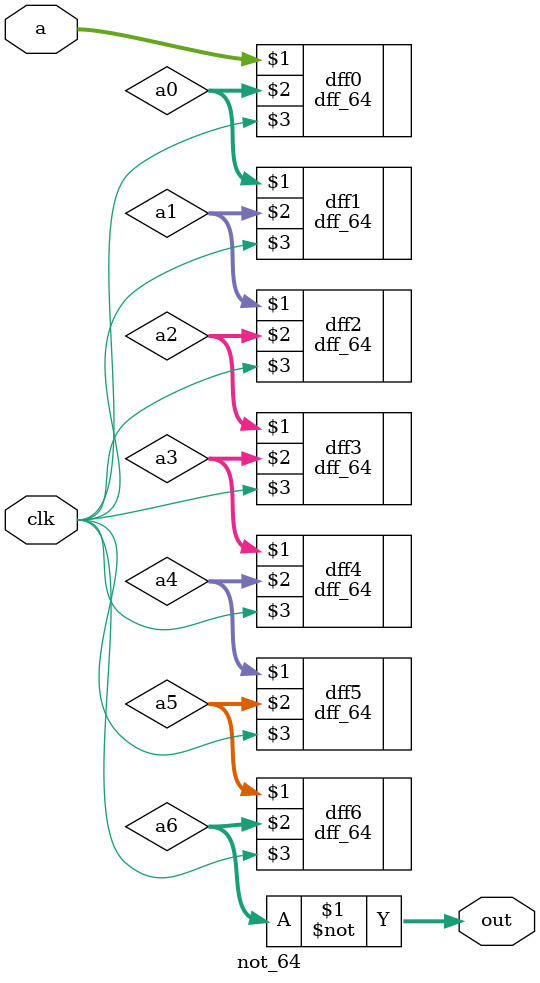
<source format=v>
module not_64(a,out,clk);
input [63:0]a;
input clk;
output [63:0]out;
wire [63:0]a0,a1,a2,a3,a4,a5,a6;
dff_64 dff0(a,a0,clk);
dff_64 dff1(a0,a1,clk);
dff_64 dff2(a1,a2,clk);
dff_64 dff3(a2,a3,clk);
dff_64 dff4(a3,a4,clk);
dff_64 dff5(a4,a5,clk);
dff_64 dff6(a5,a6,clk);

assign out=~a6;
endmodule

/*
module s;
reg [63:0]a;
wire [63:0]b;
reg clk;
not_64 aa(a,b,clk);
initial
clk=1'b1;
always
#1 clk=~clk;
initial
begin
a=64'h1111111111111111;
#20 $finish;
end
initial
$monitor($time," a=%h b=%h\n",a,b);
endmodule*/

</source>
